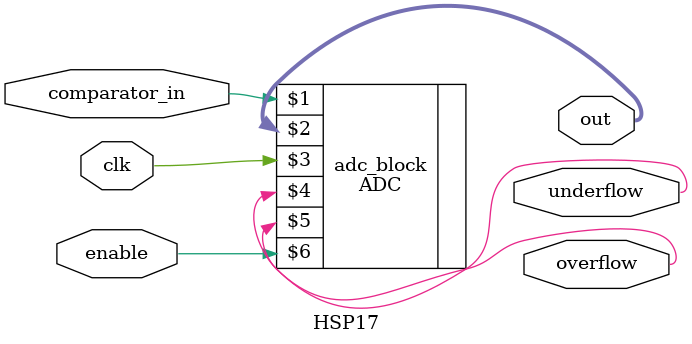
<source format=v>
module HSP17 (
	comparator_in,
	out,
	clk,
	underflow,
	overflow,
	enable
);

parameter RESOLUTION = 8;
parameter CLK_FREQUENCY = 50000000;

output wire [RESOLUTION-1:0] out;
input wire comparator_in;
input wire clk;
output wire underflow;
output wire overflow;
input wire enable;
	
ADC #(.RESOLUTION(RESOLUTION)) adc_block(
	comparator_in,
	out,
	clk,
	underflow,
	overflow,
	enable
);

endmodule

</source>
